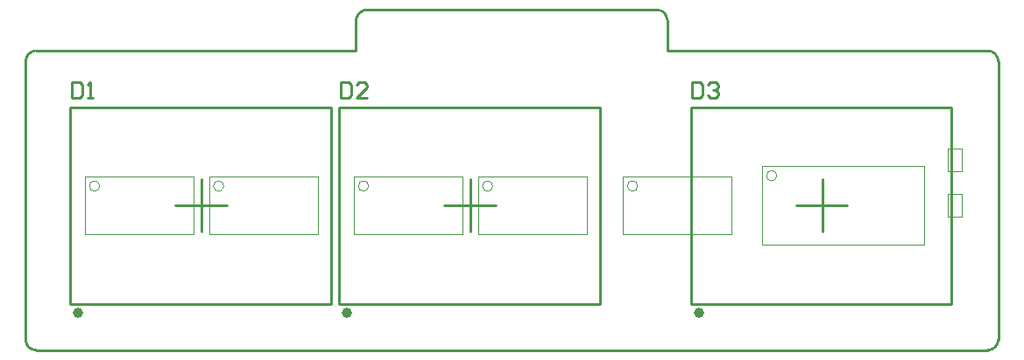
<source format=gto>
G04 Layer_Color=65535*
%FSLAX42Y42*%
%MOMM*%
G71*
G01*
G75*
%ADD10C,0.25*%
%ADD12C,0.25*%
%ADD13C,0.10*%
%ADD21C,1.00*%
D10*
X8950Y447D02*
Y2352D01*
X6430Y447D02*
X8950D01*
X6430D02*
Y2352D01*
X6450D01*
X8950D01*
X7446Y1400D02*
X7941D01*
X7700Y1146D02*
Y1654D01*
X5550Y447D02*
Y2352D01*
X3030Y447D02*
X5550D01*
X3030D02*
Y2352D01*
X3050D01*
X5550D01*
X4046Y1400D02*
X4541D01*
X4300Y1146D02*
Y1654D01*
X2950Y447D02*
Y2352D01*
X430Y447D02*
X2950D01*
X430D02*
Y2352D01*
X450D01*
X2950D01*
X1446Y1400D02*
X1941D01*
X1700Y1146D02*
Y1654D01*
X444Y2593D02*
Y2441D01*
X520D01*
X545Y2466D01*
Y2568D01*
X520Y2593D01*
X444D01*
X596Y2441D02*
X647D01*
X621D01*
Y2593D01*
X596Y2568D01*
X3042Y2593D02*
Y2441D01*
X3118D01*
X3144Y2466D01*
Y2568D01*
X3118Y2593D01*
X3042D01*
X3296Y2441D02*
X3194D01*
X3296Y2543D01*
Y2568D01*
X3271Y2593D01*
X3220D01*
X3194Y2568D01*
X6443Y2593D02*
Y2441D01*
X6519D01*
X6545Y2466D01*
Y2568D01*
X6519Y2593D01*
X6443D01*
X6595Y2568D02*
X6621Y2593D01*
X6672D01*
X6697Y2568D01*
Y2543D01*
X6672Y2517D01*
X6646D01*
X6672D01*
X6697Y2492D01*
Y2466D01*
X6672Y2441D01*
X6621D01*
X6595Y2466D01*
X100Y2900D02*
G03*
X0Y2800I0J-100D01*
G01*
Y100D02*
G03*
X100Y0I100J0D01*
G01*
X9300D02*
G03*
X9400Y100I0J100D01*
G01*
Y2800D02*
G03*
X9300Y2900I-100J0D01*
G01*
X6200Y3200D02*
G03*
X6100Y3300I-100J0D01*
G01*
X3310D02*
G03*
X3190Y3180I0J-120D01*
G01*
D12*
X0Y100D02*
Y2800D01*
X100Y2900D02*
X3190Y2900D01*
X100Y0D02*
X9300D01*
X9400Y100D02*
Y2800D01*
X6200Y2900D02*
X9300D01*
X6200D02*
Y3200D01*
X3190Y2900D02*
Y3180D01*
X3310Y3300D02*
X6100D01*
D13*
X7260Y1690D02*
G03*
X7260Y1690I-50J0D01*
G01*
X5915Y1590D02*
G03*
X5915Y1590I-50J0D01*
G01*
X4515D02*
G03*
X4515Y1590I-50J0D01*
G01*
X3315D02*
G03*
X3315Y1590I-50J0D01*
G01*
X1915D02*
G03*
X1915Y1590I-50J0D01*
G01*
X715D02*
G03*
X715Y1590I-50J0D01*
G01*
X9047Y1295D02*
Y1515D01*
X8912Y1295D02*
Y1515D01*
Y1295D02*
X9047D01*
X8912Y1515D02*
X9047D01*
X8912Y1950D02*
X9047D01*
X8912Y1730D02*
X9047D01*
X8912D02*
Y1950D01*
X9047Y1730D02*
Y1950D01*
X7120Y1780D02*
X8680D01*
X7120Y1020D02*
X8680D01*
X7120D02*
Y1780D01*
X8680Y1020D02*
Y1780D01*
X6825Y1120D02*
Y1680D01*
X5775Y1120D02*
Y1680D01*
Y1120D02*
X6825D01*
X5775Y1680D02*
X6825D01*
X5425Y1120D02*
Y1680D01*
X4375Y1120D02*
Y1680D01*
Y1120D02*
X5425D01*
X4375Y1680D02*
X5425D01*
X4225Y1120D02*
Y1680D01*
X3175Y1120D02*
Y1680D01*
Y1120D02*
X4225D01*
X3175Y1680D02*
X4225D01*
X2825Y1120D02*
Y1680D01*
X1775Y1120D02*
Y1680D01*
Y1120D02*
X2825D01*
X1775Y1680D02*
X2825D01*
X1625Y1120D02*
Y1680D01*
X575Y1120D02*
Y1680D01*
Y1120D02*
X1625D01*
X575Y1680D02*
X1625D01*
D21*
X6506Y359D02*
D03*
X3106D02*
D03*
X506D02*
D03*
M02*

</source>
